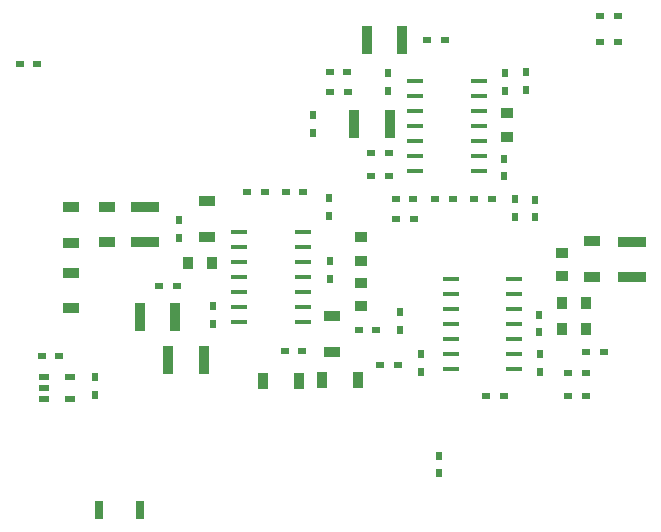
<source format=gtp>
%TF.GenerationSoftware,KiCad,Pcbnew,4.0.7-e2-6376~58~ubuntu16.04.1*%
%TF.CreationDate,2017-10-04T18:34:51-07:00*%
%TF.ProjectId,mcphail-zero-analog-shield,6D63706861696C2D7A65726F2D616E61,v1.0*%
%TF.FileFunction,Paste,Top*%
%FSLAX46Y46*%
G04 Gerber Fmt 4.6, Leading zero omitted, Abs format (unit mm)*
G04 Created by KiCad (PCBNEW 4.0.7-e2-6376~58~ubuntu16.04.1) date Wed Oct  4 18:34:51 2017*
%MOMM*%
%LPD*%
G01*
G04 APERTURE LIST*
%ADD10C,0.350000*%
%ADD11R,1.097600X0.847600*%
%ADD12R,0.907600X0.497600*%
%ADD13R,0.647600X0.597600*%
%ADD14R,1.347600X0.447600*%
%ADD15R,0.847600X2.347600*%
%ADD16R,2.347600X0.847600*%
%ADD17R,0.647600X1.547600*%
%ADD18R,0.597600X0.647600*%
%ADD19R,0.847600X1.097600*%
%ADD20R,0.847600X1.447600*%
%ADD21R,1.447600X0.847600*%
G04 APERTURE END LIST*
D10*
D11*
X72682291Y-148117099D03*
X72682291Y-146117099D03*
D12*
X45780600Y-157916800D03*
X45780600Y-158866800D03*
X45780600Y-159816800D03*
X47980600Y-159816800D03*
X47980600Y-157916800D03*
D13*
X90180164Y-157566946D03*
X91680164Y-157566946D03*
D14*
X82641400Y-140512800D03*
X82641400Y-139242800D03*
X82641400Y-137972800D03*
X82641400Y-136702800D03*
X82641400Y-135432800D03*
X82641400Y-134162800D03*
X82641400Y-132892800D03*
X77241400Y-132892800D03*
X77241400Y-134162800D03*
X77241400Y-135432800D03*
X77241400Y-136702800D03*
X77241400Y-137972800D03*
X77241400Y-139242800D03*
X77241400Y-140512800D03*
X85633564Y-157287546D03*
X85633564Y-156017546D03*
X85633564Y-154747546D03*
X85633564Y-153477546D03*
X85633564Y-152207546D03*
X85633564Y-150937546D03*
X85633564Y-149667546D03*
X80233564Y-149667546D03*
X80233564Y-150937546D03*
X80233564Y-152207546D03*
X80233564Y-153477546D03*
X80233564Y-154747546D03*
X80233564Y-156017546D03*
X80233564Y-157287546D03*
D15*
X73123800Y-129438400D03*
X76123800Y-129438400D03*
D16*
X95580200Y-149507200D03*
X95580200Y-146507200D03*
D17*
X50495200Y-169214800D03*
X53895200Y-169214800D03*
D13*
X94399800Y-129540000D03*
X92899800Y-129540000D03*
D18*
X79222600Y-164592000D03*
X79222600Y-166092000D03*
D13*
X82231800Y-142849600D03*
X83731800Y-142849600D03*
D18*
X85654179Y-142851949D03*
X85654179Y-144351949D03*
X87406779Y-142914749D03*
X87406779Y-144414749D03*
D13*
X83235800Y-159512000D03*
X84735800Y-159512000D03*
X75768200Y-156921200D03*
X74268200Y-156921200D03*
D18*
X87807800Y-157530800D03*
X87807800Y-156030800D03*
D13*
X73952291Y-153975099D03*
X72452291Y-153975099D03*
D11*
X89687400Y-149402800D03*
X89687400Y-147402800D03*
D19*
X89687400Y-151638000D03*
X91687400Y-151638000D03*
D13*
X91690320Y-159522160D03*
X90190320Y-159522160D03*
X91680600Y-155827046D03*
X93180600Y-155827046D03*
X67691000Y-155752800D03*
X66191000Y-155752800D03*
D18*
X60083891Y-153443099D03*
X60083891Y-151943099D03*
X84813140Y-132187820D03*
X84813140Y-133687820D03*
D13*
X78230600Y-129387600D03*
X79730600Y-129387600D03*
D18*
X57226200Y-144651600D03*
X57226200Y-146151600D03*
D13*
X71491540Y-132113020D03*
X69991540Y-132113020D03*
X63025583Y-142291099D03*
X64525583Y-142291099D03*
X75615800Y-144576800D03*
X77115800Y-144576800D03*
X66254691Y-142291099D03*
X67754691Y-142291099D03*
X78941800Y-142849600D03*
X80441800Y-142849600D03*
X75006200Y-140919200D03*
X73506200Y-140919200D03*
D18*
X69977000Y-144322800D03*
X69977000Y-142822800D03*
X69989891Y-149633099D03*
X69989891Y-148133099D03*
D13*
X45617000Y-156159200D03*
X47117000Y-156159200D03*
X45237400Y-131470400D03*
X43737400Y-131470400D03*
X94411800Y-127406400D03*
X92911800Y-127406400D03*
D11*
X85016340Y-137592820D03*
X85016340Y-135592820D03*
D18*
X84762340Y-140952220D03*
X84762340Y-139452220D03*
X75971400Y-153974800D03*
X75971400Y-152474800D03*
X87757000Y-154154000D03*
X87757000Y-152654000D03*
D20*
X72364600Y-158191200D03*
X69364600Y-158191200D03*
D21*
X70180200Y-152779600D03*
X70180200Y-155779600D03*
D20*
X67362200Y-158242000D03*
X64362200Y-158242000D03*
D15*
X59311800Y-156464000D03*
X56311800Y-156464000D03*
D18*
X86578440Y-132137720D03*
X86578440Y-133637720D03*
D15*
X56924200Y-152857200D03*
X53924200Y-152857200D03*
D16*
X54330600Y-146510000D03*
X54330600Y-143510000D03*
D19*
X60033091Y-148298199D03*
X58033091Y-148298199D03*
D21*
X51181000Y-146510000D03*
X51181000Y-143510000D03*
D18*
X74904600Y-132189220D03*
X74904600Y-133689220D03*
D21*
X59613800Y-146052800D03*
X59613800Y-143052800D03*
D18*
X68554600Y-135761600D03*
X68554600Y-137261600D03*
D11*
X72682291Y-151943099D03*
X72682291Y-149943099D03*
D13*
X77077000Y-142849600D03*
X75577000Y-142849600D03*
D21*
X48082200Y-143560800D03*
X48082200Y-146560800D03*
D15*
X75072240Y-136481820D03*
X72072240Y-136481820D03*
D13*
X73506200Y-138988800D03*
X75006200Y-138988800D03*
D18*
X50165000Y-157961200D03*
X50165000Y-159461200D03*
D21*
X48082200Y-149095200D03*
X48082200Y-152095200D03*
X92227400Y-149429600D03*
X92227400Y-146429600D03*
D13*
X55573800Y-150266400D03*
X57073800Y-150266400D03*
X71503540Y-133802120D03*
X70003540Y-133802120D03*
D19*
X89687400Y-153873200D03*
X91687400Y-153873200D03*
D18*
X77749400Y-157480000D03*
X77749400Y-155980000D03*
D14*
X62306200Y-145643600D03*
X62306200Y-146913600D03*
X62306200Y-148183600D03*
X62306200Y-149453600D03*
X62306200Y-150723600D03*
X62306200Y-151993600D03*
X62306200Y-153263600D03*
X67706200Y-153263600D03*
X67706200Y-151993600D03*
X67706200Y-150723600D03*
X67706200Y-149453600D03*
X67706200Y-148183600D03*
X67706200Y-146913600D03*
X67706200Y-145643600D03*
M02*

</source>
